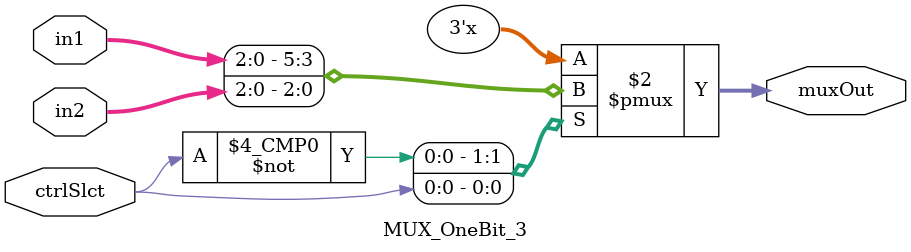
<source format=v>
`timescale 1ns / 1ps
module MUX_OneBit_3(in1, in2, ctrlSlct, muxOut
    );
	 input [2:0] in1;
    input [2:0] in2;
    input ctrlSlct;
    output reg [2:0] muxOut;
	 
	 always @ (in1, in2, ctrlSlct) begin
		case (ctrlSlct)
			'b0: muxOut = in1;
			'b1: muxOut = in2;
			default muxOut = in1;
		endcase
	 end

endmodule


</source>
